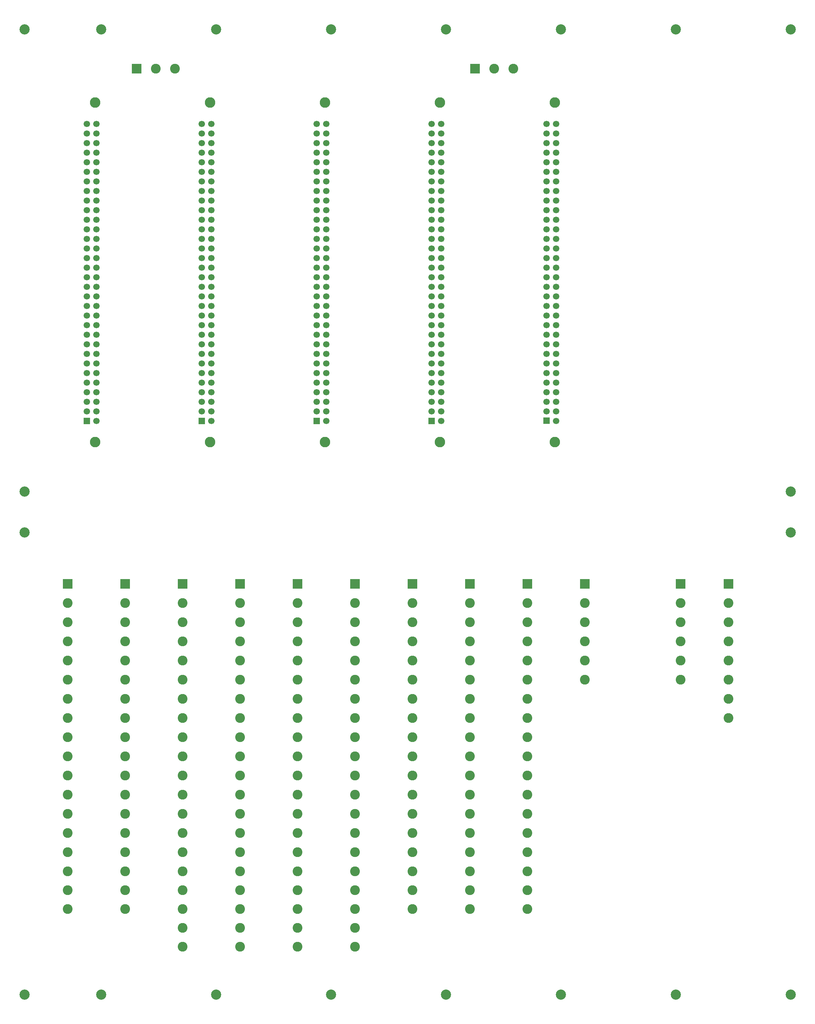
<source format=gbr>
G04 #@! TF.GenerationSoftware,KiCad,Pcbnew,(5.0.0)*
G04 #@! TF.CreationDate,2019-09-22T13:57:07+01:00*
G04 #@! TF.ProjectId,Backplane3,4261636B706C616E65332E6B69636164,rev?*
G04 #@! TF.SameCoordinates,Original*
G04 #@! TF.FileFunction,Soldermask,Top*
G04 #@! TF.FilePolarity,Negative*
%FSLAX46Y46*%
G04 Gerber Fmt 4.6, Leading zero omitted, Abs format (unit mm)*
G04 Created by KiCad (PCBNEW (5.0.0)) date 09/22/19 13:57:07*
%MOMM*%
%LPD*%
G01*
G04 APERTURE LIST*
%ADD10R,2.600000X2.600000*%
%ADD11C,2.600000*%
%ADD12C,2.700000*%
%ADD13C,2.800000*%
%ADD14C,1.700000*%
%ADD15R,1.700000X1.700000*%
G04 APERTURE END LIST*
D10*
G04 #@! TO.C,J132*
X167640000Y-177800000D03*
D11*
X167640000Y-182880000D03*
X167640000Y-187960000D03*
X167640000Y-193040000D03*
X167640000Y-198120000D03*
X167640000Y-203200000D03*
G04 #@! TD*
D10*
G04 #@! TO.C,J0*
X138500000Y-41250000D03*
D11*
X143580000Y-41250000D03*
X148660000Y-41250000D03*
G04 #@! TD*
D12*
G04 #@! TO.C,TH3*
X222250000Y-164180000D03*
G04 #@! TD*
G04 #@! TO.C,TH4*
X222250000Y-286680000D03*
G04 #@! TD*
G04 #@! TO.C,TH235*
X19050000Y-164180000D03*
G04 #@! TD*
G04 #@! TO.C,TH135*
X19050000Y-153330000D03*
G04 #@! TD*
G04 #@! TO.C,TH2*
X222250000Y-153330000D03*
G04 #@! TD*
G04 #@! TO.C,TH1*
X222250000Y-30830000D03*
G04 #@! TD*
G04 #@! TO.C,TH45*
X191770000Y-30830000D03*
G04 #@! TD*
G04 #@! TO.C,TH33*
X19050000Y-30830000D03*
G04 #@! TD*
G04 #@! TO.C,TH35*
X39370000Y-30830000D03*
G04 #@! TD*
G04 #@! TO.C,TH37*
X69850000Y-30830000D03*
G04 #@! TD*
G04 #@! TO.C,TH39*
X100330000Y-30830000D03*
G04 #@! TD*
G04 #@! TO.C,TH41*
X130810000Y-30830000D03*
G04 #@! TD*
G04 #@! TO.C,TH43*
X161290000Y-30830000D03*
G04 #@! TD*
G04 #@! TO.C,TH333*
X19050000Y-286680000D03*
G04 #@! TD*
G04 #@! TO.C,TH335*
X39370000Y-286680000D03*
G04 #@! TD*
G04 #@! TO.C,TH337*
X69850000Y-286680000D03*
G04 #@! TD*
G04 #@! TO.C,TH339*
X100330000Y-286680000D03*
G04 #@! TD*
G04 #@! TO.C,TH341*
X130810000Y-286680000D03*
G04 #@! TD*
G04 #@! TO.C,TH343*
X161290000Y-286680000D03*
G04 #@! TD*
G04 #@! TO.C,TH345*
X191770000Y-286680000D03*
G04 #@! TD*
D13*
G04 #@! TO.C,J28*
X37800000Y-50250000D03*
X37800000Y-140250000D03*
D14*
X38100000Y-55880000D03*
X35560000Y-55880000D03*
X38100000Y-58420000D03*
X35560000Y-58420000D03*
X38100000Y-60960000D03*
X35560000Y-60960000D03*
X38100000Y-63500000D03*
X35560000Y-63500000D03*
X38100000Y-66040000D03*
X35560000Y-66040000D03*
X38100000Y-68580000D03*
X35560000Y-68580000D03*
X38100000Y-71120000D03*
X35560000Y-71120000D03*
X38100000Y-73660000D03*
X35560000Y-73660000D03*
X38100000Y-76200000D03*
X35560000Y-76200000D03*
X38100000Y-78740000D03*
X35560000Y-78740000D03*
X38100000Y-81280000D03*
X35560000Y-81280000D03*
X38100000Y-83820000D03*
X35560000Y-83820000D03*
X38100000Y-86360000D03*
X35560000Y-86360000D03*
X38100000Y-88900000D03*
X35560000Y-88900000D03*
X38100000Y-91440000D03*
X35560000Y-91440000D03*
X38100000Y-93980000D03*
X35560000Y-93980000D03*
X38100000Y-96520000D03*
X35560000Y-96520000D03*
X38100000Y-99060000D03*
X35560000Y-99060000D03*
X38100000Y-101600000D03*
X35560000Y-101600000D03*
X38100000Y-104140000D03*
X35560000Y-104140000D03*
X38100000Y-106680000D03*
X35560000Y-106680000D03*
X38100000Y-109220000D03*
X35560000Y-109220000D03*
X38100000Y-111760000D03*
X35560000Y-111760000D03*
X38100000Y-114300000D03*
X35560000Y-114300000D03*
X38100000Y-116840000D03*
X35560000Y-116840000D03*
X38100000Y-119380000D03*
X35560000Y-119380000D03*
X38100000Y-121920000D03*
X35560000Y-121920000D03*
X38100000Y-124460000D03*
X35560000Y-124460000D03*
X38100000Y-127000000D03*
X35560000Y-127000000D03*
X38100000Y-129540000D03*
X35560000Y-129540000D03*
X38100000Y-132080000D03*
X35560000Y-132080000D03*
X38100000Y-134620000D03*
D15*
X35560000Y-134620000D03*
G04 #@! TD*
D13*
G04 #@! TO.C,J29*
X68280000Y-50250000D03*
X68280000Y-140250000D03*
D14*
X68580000Y-55880000D03*
X66040000Y-55880000D03*
X68580000Y-58420000D03*
X66040000Y-58420000D03*
X68580000Y-60960000D03*
X66040000Y-60960000D03*
X68580000Y-63500000D03*
X66040000Y-63500000D03*
X68580000Y-66040000D03*
X66040000Y-66040000D03*
X68580000Y-68580000D03*
X66040000Y-68580000D03*
X68580000Y-71120000D03*
X66040000Y-71120000D03*
X68580000Y-73660000D03*
X66040000Y-73660000D03*
X68580000Y-76200000D03*
X66040000Y-76200000D03*
X68580000Y-78740000D03*
X66040000Y-78740000D03*
X68580000Y-81280000D03*
X66040000Y-81280000D03*
X68580000Y-83820000D03*
X66040000Y-83820000D03*
X68580000Y-86360000D03*
X66040000Y-86360000D03*
X68580000Y-88900000D03*
X66040000Y-88900000D03*
X68580000Y-91440000D03*
X66040000Y-91440000D03*
X68580000Y-93980000D03*
X66040000Y-93980000D03*
X68580000Y-96520000D03*
X66040000Y-96520000D03*
X68580000Y-99060000D03*
X66040000Y-99060000D03*
X68580000Y-101600000D03*
X66040000Y-101600000D03*
X68580000Y-104140000D03*
X66040000Y-104140000D03*
X68580000Y-106680000D03*
X66040000Y-106680000D03*
X68580000Y-109220000D03*
X66040000Y-109220000D03*
X68580000Y-111760000D03*
X66040000Y-111760000D03*
X68580000Y-114300000D03*
X66040000Y-114300000D03*
X68580000Y-116840000D03*
X66040000Y-116840000D03*
X68580000Y-119380000D03*
X66040000Y-119380000D03*
X68580000Y-121920000D03*
X66040000Y-121920000D03*
X68580000Y-124460000D03*
X66040000Y-124460000D03*
X68580000Y-127000000D03*
X66040000Y-127000000D03*
X68580000Y-129540000D03*
X66040000Y-129540000D03*
X68580000Y-132080000D03*
X66040000Y-132080000D03*
X68580000Y-134620000D03*
D15*
X66040000Y-134620000D03*
G04 #@! TD*
D13*
G04 #@! TO.C,J30*
X98760000Y-50250000D03*
X98760000Y-140250000D03*
D14*
X99060000Y-55880000D03*
X96520000Y-55880000D03*
X99060000Y-58420000D03*
X96520000Y-58420000D03*
X99060000Y-60960000D03*
X96520000Y-60960000D03*
X99060000Y-63500000D03*
X96520000Y-63500000D03*
X99060000Y-66040000D03*
X96520000Y-66040000D03*
X99060000Y-68580000D03*
X96520000Y-68580000D03*
X99060000Y-71120000D03*
X96520000Y-71120000D03*
X99060000Y-73660000D03*
X96520000Y-73660000D03*
X99060000Y-76200000D03*
X96520000Y-76200000D03*
X99060000Y-78740000D03*
X96520000Y-78740000D03*
X99060000Y-81280000D03*
X96520000Y-81280000D03*
X99060000Y-83820000D03*
X96520000Y-83820000D03*
X99060000Y-86360000D03*
X96520000Y-86360000D03*
X99060000Y-88900000D03*
X96520000Y-88900000D03*
X99060000Y-91440000D03*
X96520000Y-91440000D03*
X99060000Y-93980000D03*
X96520000Y-93980000D03*
X99060000Y-96520000D03*
X96520000Y-96520000D03*
X99060000Y-99060000D03*
X96520000Y-99060000D03*
X99060000Y-101600000D03*
X96520000Y-101600000D03*
X99060000Y-104140000D03*
X96520000Y-104140000D03*
X99060000Y-106680000D03*
X96520000Y-106680000D03*
X99060000Y-109220000D03*
X96520000Y-109220000D03*
X99060000Y-111760000D03*
X96520000Y-111760000D03*
X99060000Y-114300000D03*
X96520000Y-114300000D03*
X99060000Y-116840000D03*
X96520000Y-116840000D03*
X99060000Y-119380000D03*
X96520000Y-119380000D03*
X99060000Y-121920000D03*
X96520000Y-121920000D03*
X99060000Y-124460000D03*
X96520000Y-124460000D03*
X99060000Y-127000000D03*
X96520000Y-127000000D03*
X99060000Y-129540000D03*
X96520000Y-129540000D03*
X99060000Y-132080000D03*
X96520000Y-132080000D03*
X99060000Y-134620000D03*
D15*
X96520000Y-134620000D03*
G04 #@! TD*
D13*
G04 #@! TO.C,J31*
X129240000Y-50250000D03*
X129240000Y-140250000D03*
D14*
X129540000Y-55880000D03*
X127000000Y-55880000D03*
X129540000Y-58420000D03*
X127000000Y-58420000D03*
X129540000Y-60960000D03*
X127000000Y-60960000D03*
X129540000Y-63500000D03*
X127000000Y-63500000D03*
X129540000Y-66040000D03*
X127000000Y-66040000D03*
X129540000Y-68580000D03*
X127000000Y-68580000D03*
X129540000Y-71120000D03*
X127000000Y-71120000D03*
X129540000Y-73660000D03*
X127000000Y-73660000D03*
X129540000Y-76200000D03*
X127000000Y-76200000D03*
X129540000Y-78740000D03*
X127000000Y-78740000D03*
X129540000Y-81280000D03*
X127000000Y-81280000D03*
X129540000Y-83820000D03*
X127000000Y-83820000D03*
X129540000Y-86360000D03*
X127000000Y-86360000D03*
X129540000Y-88900000D03*
X127000000Y-88900000D03*
X129540000Y-91440000D03*
X127000000Y-91440000D03*
X129540000Y-93980000D03*
X127000000Y-93980000D03*
X129540000Y-96520000D03*
X127000000Y-96520000D03*
X129540000Y-99060000D03*
X127000000Y-99060000D03*
X129540000Y-101600000D03*
X127000000Y-101600000D03*
X129540000Y-104140000D03*
X127000000Y-104140000D03*
X129540000Y-106680000D03*
X127000000Y-106680000D03*
X129540000Y-109220000D03*
X127000000Y-109220000D03*
X129540000Y-111760000D03*
X127000000Y-111760000D03*
X129540000Y-114300000D03*
X127000000Y-114300000D03*
X129540000Y-116840000D03*
X127000000Y-116840000D03*
X129540000Y-119380000D03*
X127000000Y-119380000D03*
X129540000Y-121920000D03*
X127000000Y-121920000D03*
X129540000Y-124460000D03*
X127000000Y-124460000D03*
X129540000Y-127000000D03*
X127000000Y-127000000D03*
X129540000Y-129540000D03*
X127000000Y-129540000D03*
X129540000Y-132080000D03*
X127000000Y-132080000D03*
X129540000Y-134620000D03*
D15*
X127000000Y-134620000D03*
G04 #@! TD*
D13*
G04 #@! TO.C,J32*
X159720000Y-50250000D03*
X159720000Y-140250000D03*
D14*
X160020000Y-55880000D03*
X157480000Y-55880000D03*
X160020000Y-58420000D03*
X157480000Y-58420000D03*
X160020000Y-60960000D03*
X157480000Y-60960000D03*
X160020000Y-63500000D03*
X157480000Y-63500000D03*
X160020000Y-66040000D03*
X157480000Y-66040000D03*
X160020000Y-68580000D03*
X157480000Y-68580000D03*
X160020000Y-71120000D03*
X157480000Y-71120000D03*
X160020000Y-73660000D03*
X157480000Y-73660000D03*
X160020000Y-76200000D03*
X157480000Y-76200000D03*
X160020000Y-78740000D03*
X157480000Y-78740000D03*
X160020000Y-81280000D03*
X157480000Y-81280000D03*
X160020000Y-83820000D03*
X157480000Y-83820000D03*
X160020000Y-86360000D03*
X157480000Y-86360000D03*
X160020000Y-88900000D03*
X157480000Y-88900000D03*
X160020000Y-91440000D03*
X157480000Y-91440000D03*
X160020000Y-93980000D03*
X157480000Y-93980000D03*
X160020000Y-96520000D03*
X157480000Y-96520000D03*
X160020000Y-99060000D03*
X157480000Y-99060000D03*
X160020000Y-101600000D03*
X157480000Y-101600000D03*
X160020000Y-104140000D03*
X157480000Y-104140000D03*
X160020000Y-106680000D03*
X157480000Y-106680000D03*
X160020000Y-109220000D03*
X157480000Y-109220000D03*
X160020000Y-111760000D03*
X157480000Y-111760000D03*
X160020000Y-114300000D03*
X157480000Y-114300000D03*
X160020000Y-116840000D03*
X157480000Y-116840000D03*
X160020000Y-119380000D03*
X157480000Y-119380000D03*
X160020000Y-121920000D03*
X157480000Y-121920000D03*
X160020000Y-124460000D03*
X157480000Y-124460000D03*
X160020000Y-127000000D03*
X157480000Y-127000000D03*
X160020000Y-129540000D03*
X157480000Y-129540000D03*
X160020000Y-132080000D03*
X157480000Y-132080000D03*
X160020000Y-134620000D03*
D15*
X157480000Y-134556000D03*
G04 #@! TD*
D11*
G04 #@! TO.C,J128*
X45720000Y-254000000D03*
X45720000Y-248920000D03*
X45720000Y-243840000D03*
X45720000Y-238760000D03*
X45720000Y-233680000D03*
X45720000Y-228600000D03*
X45720000Y-223520000D03*
X45720000Y-218440000D03*
X45720000Y-213360000D03*
X45720000Y-208280000D03*
X45720000Y-203200000D03*
X45720000Y-198120000D03*
X45720000Y-193040000D03*
X45720000Y-187960000D03*
X45720000Y-182880000D03*
D10*
X45720000Y-177800000D03*
D11*
X45720000Y-259000000D03*
X45720000Y-264000000D03*
G04 #@! TD*
G04 #@! TO.C,J129*
X76200000Y-274000000D03*
X76200000Y-269000000D03*
X76200000Y-264000000D03*
X76200000Y-259000000D03*
D10*
X76200000Y-177800000D03*
D11*
X76200000Y-182880000D03*
X76200000Y-187960000D03*
X76200000Y-193040000D03*
X76200000Y-198120000D03*
X76200000Y-203200000D03*
X76200000Y-208280000D03*
X76200000Y-213360000D03*
X76200000Y-218440000D03*
X76200000Y-223520000D03*
X76200000Y-228600000D03*
X76200000Y-233680000D03*
X76200000Y-238760000D03*
X76200000Y-243840000D03*
X76200000Y-248920000D03*
X76200000Y-254000000D03*
G04 #@! TD*
G04 #@! TO.C,J130*
X106680000Y-274000000D03*
X106680000Y-269000000D03*
X106680000Y-264000000D03*
X106680000Y-259000000D03*
D10*
X106680000Y-177800000D03*
D11*
X106680000Y-182880000D03*
X106680000Y-187960000D03*
X106680000Y-193040000D03*
X106680000Y-198120000D03*
X106680000Y-203200000D03*
X106680000Y-208280000D03*
X106680000Y-213360000D03*
X106680000Y-218440000D03*
X106680000Y-223520000D03*
X106680000Y-228600000D03*
X106680000Y-233680000D03*
X106680000Y-238760000D03*
X106680000Y-243840000D03*
X106680000Y-248920000D03*
X106680000Y-254000000D03*
G04 #@! TD*
G04 #@! TO.C,J131*
X137160000Y-264000000D03*
X137160000Y-259000000D03*
D10*
X137160000Y-177800000D03*
D11*
X137160000Y-182880000D03*
X137160000Y-187960000D03*
X137160000Y-193040000D03*
X137160000Y-198120000D03*
X137160000Y-203200000D03*
X137160000Y-208280000D03*
X137160000Y-213360000D03*
X137160000Y-218440000D03*
X137160000Y-223520000D03*
X137160000Y-228600000D03*
X137160000Y-233680000D03*
X137160000Y-238760000D03*
X137160000Y-243840000D03*
X137160000Y-248920000D03*
X137160000Y-254000000D03*
G04 #@! TD*
G04 #@! TO.C,J228*
X30480000Y-264000000D03*
X30480000Y-259000000D03*
D10*
X30480000Y-177800000D03*
D11*
X30480000Y-182880000D03*
X30480000Y-187960000D03*
X30480000Y-193040000D03*
X30480000Y-198120000D03*
X30480000Y-203200000D03*
X30480000Y-208280000D03*
X30480000Y-213360000D03*
X30480000Y-218440000D03*
X30480000Y-223520000D03*
X30480000Y-228600000D03*
X30480000Y-233680000D03*
X30480000Y-238760000D03*
X30480000Y-243840000D03*
X30480000Y-248920000D03*
X30480000Y-254000000D03*
G04 #@! TD*
G04 #@! TO.C,J229*
X60960000Y-254000000D03*
X60960000Y-248920000D03*
X60960000Y-243840000D03*
X60960000Y-238760000D03*
X60960000Y-233680000D03*
X60960000Y-228600000D03*
X60960000Y-223520000D03*
X60960000Y-218440000D03*
X60960000Y-213360000D03*
X60960000Y-208280000D03*
X60960000Y-203200000D03*
X60960000Y-198120000D03*
X60960000Y-193040000D03*
X60960000Y-187960000D03*
X60960000Y-182880000D03*
D10*
X60960000Y-177800000D03*
D11*
X60960000Y-259000000D03*
X60960000Y-264000000D03*
X60960000Y-269000000D03*
X60960000Y-274000000D03*
G04 #@! TD*
G04 #@! TO.C,J230*
X91440000Y-254000000D03*
X91440000Y-248920000D03*
X91440000Y-243840000D03*
X91440000Y-238760000D03*
X91440000Y-233680000D03*
X91440000Y-228600000D03*
X91440000Y-223520000D03*
X91440000Y-218440000D03*
X91440000Y-213360000D03*
X91440000Y-208280000D03*
X91440000Y-203200000D03*
X91440000Y-198120000D03*
X91440000Y-193040000D03*
X91440000Y-187960000D03*
X91440000Y-182880000D03*
D10*
X91440000Y-177800000D03*
D11*
X91440000Y-259000000D03*
X91440000Y-264000000D03*
X91440000Y-269000000D03*
X91440000Y-274000000D03*
G04 #@! TD*
G04 #@! TO.C,J231*
X121920000Y-254000000D03*
X121920000Y-248920000D03*
X121920000Y-243840000D03*
X121920000Y-238760000D03*
X121920000Y-233680000D03*
X121920000Y-228600000D03*
X121920000Y-223520000D03*
X121920000Y-218440000D03*
X121920000Y-213360000D03*
X121920000Y-208280000D03*
X121920000Y-203200000D03*
X121920000Y-198120000D03*
X121920000Y-193040000D03*
X121920000Y-187960000D03*
X121920000Y-182880000D03*
D10*
X121920000Y-177800000D03*
D11*
X121920000Y-259000000D03*
X121920000Y-264000000D03*
G04 #@! TD*
G04 #@! TO.C,J232*
X152400000Y-254000000D03*
X152400000Y-248920000D03*
X152400000Y-243840000D03*
X152400000Y-238760000D03*
X152400000Y-233680000D03*
X152400000Y-228600000D03*
X152400000Y-223520000D03*
X152400000Y-218440000D03*
X152400000Y-213360000D03*
X152400000Y-208280000D03*
X152400000Y-203200000D03*
X152400000Y-198120000D03*
X152400000Y-193040000D03*
X152400000Y-187960000D03*
X152400000Y-182880000D03*
D10*
X152400000Y-177800000D03*
D11*
X152400000Y-259000000D03*
X152400000Y-264000000D03*
G04 #@! TD*
G04 #@! TO.C,J328*
X193040000Y-203200000D03*
X193040000Y-198120000D03*
X193040000Y-193040000D03*
X193040000Y-187960000D03*
X193040000Y-182880000D03*
D10*
X193040000Y-177800000D03*
G04 #@! TD*
D11*
G04 #@! TO.C,J331*
X205740000Y-213360000D03*
X205740000Y-208280000D03*
X205740000Y-203200000D03*
X205740000Y-198120000D03*
X205740000Y-193040000D03*
X205740000Y-187960000D03*
X205740000Y-182880000D03*
D10*
X205740000Y-177800000D03*
G04 #@! TD*
D11*
G04 #@! TO.C,J1*
X58910000Y-41250000D03*
X53830000Y-41250000D03*
D10*
X48750000Y-41250000D03*
G04 #@! TD*
M02*

</source>
